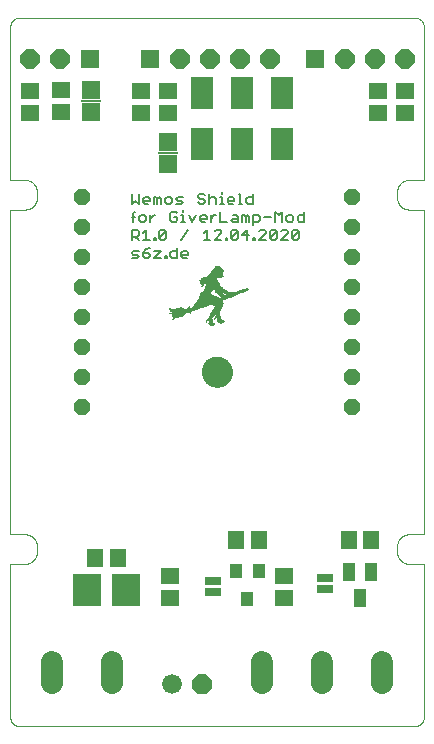
<source format=gts>
G75*
%MOIN*%
%OFA0B0*%
%FSLAX25Y25*%
%IPPOS*%
%LPD*%
%AMOC8*
5,1,8,0,0,1.08239X$1,22.5*
%
%ADD10C,0.00600*%
%ADD11R,0.00100X0.00100*%
%ADD12R,0.00700X0.00100*%
%ADD13R,0.01500X0.00100*%
%ADD14R,0.01700X0.00100*%
%ADD15R,0.01800X0.00100*%
%ADD16R,0.02000X0.00100*%
%ADD17R,0.01900X0.00100*%
%ADD18R,0.00300X0.00100*%
%ADD19R,0.00600X0.00100*%
%ADD20R,0.01600X0.00100*%
%ADD21R,0.00900X0.00100*%
%ADD22R,0.01200X0.00100*%
%ADD23R,0.00200X0.00100*%
%ADD24R,0.01400X0.00100*%
%ADD25R,0.01100X0.00100*%
%ADD26R,0.02100X0.00100*%
%ADD27R,0.02300X0.00100*%
%ADD28R,0.02400X0.00100*%
%ADD29R,0.00400X0.00100*%
%ADD30R,0.02200X0.00100*%
%ADD31R,0.00500X0.00100*%
%ADD32R,0.01300X0.00100*%
%ADD33R,0.00800X0.00100*%
%ADD34R,0.02500X0.00100*%
%ADD35R,0.02700X0.00100*%
%ADD36R,0.02900X0.00100*%
%ADD37R,0.03100X0.00100*%
%ADD38R,0.03700X0.00100*%
%ADD39R,0.03800X0.00100*%
%ADD40R,0.03900X0.00100*%
%ADD41R,0.04000X0.00100*%
%ADD42R,0.05100X0.00100*%
%ADD43R,0.04800X0.00100*%
%ADD44R,0.04700X0.00100*%
%ADD45R,0.03000X0.00100*%
%ADD46R,0.06200X0.00100*%
%ADD47R,0.06000X0.00100*%
%ADD48R,0.07400X0.00100*%
%ADD49R,0.02800X0.00100*%
%ADD50R,0.07600X0.00100*%
%ADD51R,0.07700X0.00100*%
%ADD52R,0.08200X0.00100*%
%ADD53R,0.08600X0.00100*%
%ADD54R,0.05200X0.00100*%
%ADD55R,0.02600X0.00100*%
%ADD56R,0.01000X0.00100*%
%ADD57R,0.04100X0.00100*%
%ADD58R,0.03300X0.00100*%
%ADD59R,0.03600X0.00100*%
%ADD60R,0.04200X0.00100*%
%ADD61R,0.04400X0.00100*%
%ADD62R,0.04600X0.00100*%
%ADD63R,0.03200X0.00100*%
%ADD64R,0.05000X0.00100*%
%ADD65R,0.03500X0.00100*%
%ADD66R,0.09400X0.00100*%
%ADD67R,0.09300X0.00100*%
%ADD68R,0.09200X0.00100*%
%ADD69R,0.09100X0.00100*%
%ADD70R,0.09000X0.00100*%
%ADD71R,0.08900X0.00100*%
%ADD72R,0.08800X0.00100*%
%ADD73R,0.08700X0.00100*%
%ADD74R,0.08500X0.00100*%
%ADD75R,0.08400X0.00100*%
%ADD76R,0.08300X0.00100*%
%ADD77R,0.08100X0.00100*%
%ADD78R,0.06700X0.00100*%
%ADD79R,0.06400X0.00100*%
%ADD80R,0.05900X0.00100*%
%ADD81R,0.05700X0.00100*%
%ADD82R,0.05400X0.00100*%
%ADD83R,0.04300X0.00100*%
%ADD84R,0.04900X0.00100*%
%ADD85R,0.05600X0.00100*%
%ADD86R,0.06100X0.00100*%
%ADD87R,0.04500X0.00100*%
%ADD88R,0.03400X0.00100*%
%ADD89R,0.05800X0.00100*%
%ADD90R,0.05300X0.00100*%
%ADD91C,0.00000*%
%ADD92C,0.10243*%
%ADD93R,0.09400X0.11030*%
%ADD94R,0.05518X0.06306*%
%ADD95R,0.03943X0.05124*%
%ADD96R,0.06306X0.05518*%
%ADD97OC8,0.05550*%
%ADD98R,0.05400X0.02900*%
%ADD99R,0.06400X0.06400*%
%ADD100OC8,0.06400*%
%ADD101OC8,0.06600*%
%ADD102C,0.06600*%
%ADD103R,0.04337X0.05912*%
%ADD104C,0.07450*%
%ADD105R,0.06800X0.00500*%
%ADD106R,0.07290X0.10833*%
D10*
X0060083Y0159000D02*
X0061785Y0159000D01*
X0062352Y0159567D01*
X0061785Y0160134D01*
X0060650Y0160134D01*
X0060083Y0160701D01*
X0060650Y0161269D01*
X0062352Y0161269D01*
X0063766Y0160701D02*
X0065468Y0160701D01*
X0066035Y0160134D01*
X0066035Y0159567D01*
X0065468Y0159000D01*
X0064333Y0159000D01*
X0063766Y0159567D01*
X0063766Y0160701D01*
X0064901Y0161836D01*
X0066035Y0162403D01*
X0067449Y0161269D02*
X0069718Y0161269D01*
X0067449Y0159000D01*
X0069718Y0159000D01*
X0071133Y0159000D02*
X0071700Y0159000D01*
X0071700Y0159567D01*
X0071133Y0159567D01*
X0071133Y0159000D01*
X0072974Y0159567D02*
X0072974Y0160701D01*
X0073541Y0161269D01*
X0075243Y0161269D01*
X0075243Y0162403D02*
X0075243Y0159000D01*
X0073541Y0159000D01*
X0072974Y0159567D01*
X0076657Y0159567D02*
X0076657Y0160701D01*
X0077224Y0161269D01*
X0078359Y0161269D01*
X0078926Y0160701D01*
X0078926Y0160134D01*
X0076657Y0160134D01*
X0076657Y0159567D02*
X0077224Y0159000D01*
X0078359Y0159000D01*
X0076657Y0165000D02*
X0078926Y0168403D01*
X0077792Y0171000D02*
X0076657Y0171000D01*
X0077224Y0171000D02*
X0077224Y0173269D01*
X0076657Y0173269D01*
X0077224Y0174403D02*
X0077224Y0174970D01*
X0076517Y0177000D02*
X0077084Y0177567D01*
X0076517Y0178134D01*
X0075383Y0178134D01*
X0074816Y0178701D01*
X0075383Y0179269D01*
X0077084Y0179269D01*
X0076517Y0177000D02*
X0074816Y0177000D01*
X0073401Y0177567D02*
X0073401Y0178701D01*
X0072834Y0179269D01*
X0071700Y0179269D01*
X0071133Y0178701D01*
X0071133Y0177567D01*
X0071700Y0177000D01*
X0072834Y0177000D01*
X0073401Y0177567D01*
X0073541Y0174403D02*
X0072974Y0173836D01*
X0072974Y0171567D01*
X0073541Y0171000D01*
X0074676Y0171000D01*
X0075243Y0171567D01*
X0075243Y0172701D01*
X0074108Y0172701D01*
X0075243Y0173836D02*
X0074676Y0174403D01*
X0073541Y0174403D01*
X0069718Y0177000D02*
X0069718Y0178701D01*
X0069151Y0179269D01*
X0068584Y0178701D01*
X0068584Y0177000D01*
X0067449Y0177000D02*
X0067449Y0179269D01*
X0068017Y0179269D01*
X0068584Y0178701D01*
X0066035Y0178701D02*
X0066035Y0178134D01*
X0063766Y0178134D01*
X0063766Y0177567D02*
X0063766Y0178701D01*
X0064333Y0179269D01*
X0065468Y0179269D01*
X0066035Y0178701D01*
X0065468Y0177000D02*
X0064333Y0177000D01*
X0063766Y0177567D01*
X0062352Y0177000D02*
X0062352Y0180403D01*
X0060083Y0180403D02*
X0060083Y0177000D01*
X0061217Y0178134D01*
X0062352Y0177000D01*
X0061217Y0174403D02*
X0060650Y0173836D01*
X0060650Y0171000D01*
X0060083Y0172701D02*
X0061217Y0172701D01*
X0062539Y0172701D02*
X0062539Y0171567D01*
X0063106Y0171000D01*
X0064240Y0171000D01*
X0064807Y0171567D01*
X0064807Y0172701D01*
X0064240Y0173269D01*
X0063106Y0173269D01*
X0062539Y0172701D01*
X0066222Y0172134D02*
X0067356Y0173269D01*
X0067923Y0173269D01*
X0066222Y0173269D02*
X0066222Y0171000D01*
X0064901Y0168403D02*
X0064901Y0165000D01*
X0066035Y0165000D02*
X0063766Y0165000D01*
X0062352Y0165000D02*
X0061217Y0166134D01*
X0061785Y0166134D02*
X0060083Y0166134D01*
X0060083Y0165000D02*
X0060083Y0168403D01*
X0061785Y0168403D01*
X0062352Y0167836D01*
X0062352Y0166701D01*
X0061785Y0166134D01*
X0063766Y0167269D02*
X0064901Y0168403D01*
X0067449Y0165567D02*
X0068017Y0165567D01*
X0068017Y0165000D01*
X0067449Y0165000D01*
X0067449Y0165567D01*
X0069291Y0165567D02*
X0069291Y0167836D01*
X0069858Y0168403D01*
X0070992Y0168403D01*
X0071560Y0167836D01*
X0069291Y0165567D01*
X0069858Y0165000D01*
X0070992Y0165000D01*
X0071560Y0165567D01*
X0071560Y0167836D01*
X0080247Y0171000D02*
X0081381Y0173269D01*
X0082796Y0172701D02*
X0083363Y0173269D01*
X0084497Y0173269D01*
X0085064Y0172701D01*
X0085064Y0172134D01*
X0082796Y0172134D01*
X0082796Y0171567D02*
X0082796Y0172701D01*
X0082796Y0171567D02*
X0083363Y0171000D01*
X0084497Y0171000D01*
X0086479Y0171000D02*
X0086479Y0173269D01*
X0087613Y0173269D02*
X0086479Y0172134D01*
X0087613Y0173269D02*
X0088180Y0173269D01*
X0089548Y0174403D02*
X0089548Y0171000D01*
X0091817Y0171000D01*
X0093231Y0171567D02*
X0093799Y0172134D01*
X0095500Y0172134D01*
X0095500Y0172701D02*
X0095500Y0171000D01*
X0093799Y0171000D01*
X0093231Y0171567D01*
X0093799Y0173269D02*
X0094933Y0173269D01*
X0095500Y0172701D01*
X0096915Y0173269D02*
X0096915Y0171000D01*
X0098049Y0171000D02*
X0098049Y0172701D01*
X0098616Y0173269D01*
X0099183Y0172701D01*
X0099183Y0171000D01*
X0100598Y0171000D02*
X0102299Y0171000D01*
X0102866Y0171567D01*
X0102866Y0172701D01*
X0102299Y0173269D01*
X0100598Y0173269D01*
X0100598Y0169866D01*
X0098616Y0168403D02*
X0096915Y0166701D01*
X0099183Y0166701D01*
X0098616Y0165000D02*
X0098616Y0168403D01*
X0100598Y0165567D02*
X0101165Y0165567D01*
X0101165Y0165000D01*
X0100598Y0165000D01*
X0100598Y0165567D01*
X0102439Y0165000D02*
X0104708Y0167269D01*
X0104708Y0167836D01*
X0104141Y0168403D01*
X0103006Y0168403D01*
X0102439Y0167836D01*
X0102439Y0165000D02*
X0104708Y0165000D01*
X0106122Y0165567D02*
X0108391Y0167836D01*
X0108391Y0165567D01*
X0107824Y0165000D01*
X0106690Y0165000D01*
X0106122Y0165567D01*
X0106122Y0167836D01*
X0106690Y0168403D01*
X0107824Y0168403D01*
X0108391Y0167836D01*
X0109806Y0167836D02*
X0110373Y0168403D01*
X0111507Y0168403D01*
X0112074Y0167836D01*
X0112074Y0167269D01*
X0109806Y0165000D01*
X0112074Y0165000D01*
X0113489Y0165567D02*
X0113489Y0167836D01*
X0114056Y0168403D01*
X0115190Y0168403D01*
X0115757Y0167836D01*
X0113489Y0165567D01*
X0114056Y0165000D01*
X0115190Y0165000D01*
X0115757Y0165567D01*
X0115757Y0167836D01*
X0115897Y0171000D02*
X0115330Y0171567D01*
X0115330Y0172701D01*
X0115897Y0173269D01*
X0117599Y0173269D01*
X0117599Y0174403D02*
X0117599Y0171000D01*
X0115897Y0171000D01*
X0113916Y0171567D02*
X0113916Y0172701D01*
X0113349Y0173269D01*
X0112214Y0173269D01*
X0111647Y0172701D01*
X0111647Y0171567D01*
X0112214Y0171000D01*
X0113349Y0171000D01*
X0113916Y0171567D01*
X0110233Y0171000D02*
X0110233Y0174403D01*
X0109098Y0173269D01*
X0107964Y0174403D01*
X0107964Y0171000D01*
X0106549Y0172701D02*
X0104281Y0172701D01*
X0100411Y0177000D02*
X0098709Y0177000D01*
X0098142Y0177567D01*
X0098142Y0178701D01*
X0098709Y0179269D01*
X0100411Y0179269D01*
X0100411Y0180403D02*
X0100411Y0177000D01*
X0096821Y0177000D02*
X0095687Y0177000D01*
X0096254Y0177000D02*
X0096254Y0180403D01*
X0095687Y0180403D01*
X0094272Y0178701D02*
X0094272Y0178134D01*
X0092004Y0178134D01*
X0092004Y0177567D02*
X0092004Y0178701D01*
X0092571Y0179269D01*
X0093705Y0179269D01*
X0094272Y0178701D01*
X0093705Y0177000D02*
X0092571Y0177000D01*
X0092004Y0177567D01*
X0090683Y0177000D02*
X0089548Y0177000D01*
X0090115Y0177000D02*
X0090115Y0179269D01*
X0089548Y0179269D01*
X0090115Y0180403D02*
X0090115Y0180970D01*
X0088134Y0178701D02*
X0088134Y0177000D01*
X0088134Y0178701D02*
X0087567Y0179269D01*
X0086432Y0179269D01*
X0085865Y0178701D01*
X0084451Y0178134D02*
X0084451Y0177567D01*
X0083883Y0177000D01*
X0082749Y0177000D01*
X0082182Y0177567D01*
X0082749Y0178701D02*
X0083883Y0178701D01*
X0084451Y0178134D01*
X0084451Y0179836D02*
X0083883Y0180403D01*
X0082749Y0180403D01*
X0082182Y0179836D01*
X0082182Y0179269D01*
X0082749Y0178701D01*
X0085865Y0180403D02*
X0085865Y0177000D01*
X0079113Y0173269D02*
X0080247Y0171000D01*
X0084024Y0167269D02*
X0085158Y0168403D01*
X0085158Y0165000D01*
X0084024Y0165000D02*
X0086292Y0165000D01*
X0087707Y0165000D02*
X0089975Y0167269D01*
X0089975Y0167836D01*
X0089408Y0168403D01*
X0088274Y0168403D01*
X0087707Y0167836D01*
X0087707Y0165000D02*
X0089975Y0165000D01*
X0091390Y0165000D02*
X0091957Y0165000D01*
X0091957Y0165567D01*
X0091390Y0165567D01*
X0091390Y0165000D01*
X0093231Y0165567D02*
X0093231Y0167836D01*
X0093799Y0168403D01*
X0094933Y0168403D01*
X0095500Y0167836D01*
X0093231Y0165567D01*
X0093799Y0165000D01*
X0094933Y0165000D01*
X0095500Y0165567D01*
X0095500Y0167836D01*
X0098049Y0172701D02*
X0097482Y0173269D01*
X0096915Y0173269D01*
D11*
X0083575Y0149257D03*
X0083575Y0149157D03*
X0079375Y0142557D03*
X0086375Y0136257D03*
X0093475Y0145657D03*
D12*
X0086575Y0136357D03*
X0079275Y0142257D03*
X0076375Y0142157D03*
X0083775Y0149857D03*
D13*
X0084075Y0150357D03*
X0088675Y0155857D03*
X0098175Y0148357D03*
X0088875Y0139257D03*
X0089375Y0138357D03*
X0089375Y0138257D03*
X0086875Y0139457D03*
X0086875Y0139557D03*
X0086975Y0139657D03*
X0086475Y0137257D03*
X0086775Y0136457D03*
D14*
X0086775Y0136557D03*
X0086575Y0137057D03*
X0086075Y0138057D03*
X0086075Y0138157D03*
X0086075Y0138257D03*
X0087075Y0139857D03*
X0087075Y0139957D03*
X0087175Y0140057D03*
X0087175Y0140157D03*
X0088875Y0139157D03*
D15*
X0088925Y0139057D03*
X0089525Y0138057D03*
X0086625Y0136957D03*
X0086725Y0136657D03*
X0086025Y0137957D03*
X0087225Y0140257D03*
X0087325Y0140357D03*
X0087325Y0140457D03*
X0090325Y0146157D03*
X0090225Y0146257D03*
X0098025Y0148257D03*
X0088725Y0155757D03*
D16*
X0084025Y0150457D03*
X0089725Y0146757D03*
X0089825Y0146657D03*
X0089925Y0146557D03*
X0090025Y0146457D03*
X0097825Y0148157D03*
X0089625Y0137957D03*
X0086725Y0136757D03*
D17*
X0086675Y0136857D03*
X0089775Y0137457D03*
X0090175Y0146357D03*
X0076275Y0141957D03*
D18*
X0079375Y0142457D03*
X0079675Y0140457D03*
X0085175Y0137657D03*
X0085275Y0137757D03*
X0085075Y0137457D03*
X0087675Y0138257D03*
X0087775Y0138357D03*
X0087875Y0138457D03*
X0087975Y0138657D03*
X0088075Y0138857D03*
X0088175Y0138957D03*
X0089975Y0136957D03*
X0083675Y0149457D03*
X0073775Y0138357D03*
D19*
X0074325Y0138757D03*
X0089625Y0152257D03*
X0089925Y0137057D03*
D20*
X0089825Y0137357D03*
X0089425Y0138157D03*
X0087025Y0139757D03*
X0086125Y0138457D03*
X0086125Y0138357D03*
X0086525Y0137157D03*
D21*
X0089875Y0137157D03*
X0079375Y0140557D03*
D22*
X0086325Y0137857D03*
X0086425Y0137457D03*
X0088825Y0139457D03*
X0088925Y0140457D03*
X0089825Y0137257D03*
D23*
X0087725Y0138157D03*
X0087925Y0138557D03*
X0088025Y0138757D03*
X0085125Y0137557D03*
X0085125Y0137357D03*
X0083625Y0149357D03*
X0083125Y0150357D03*
X0089625Y0152157D03*
X0073725Y0138257D03*
D24*
X0076325Y0142057D03*
X0086125Y0138557D03*
X0086525Y0139057D03*
X0086625Y0139157D03*
X0086725Y0139257D03*
X0086825Y0139357D03*
X0088825Y0139357D03*
X0089125Y0138957D03*
X0089225Y0138857D03*
X0089225Y0138757D03*
X0089325Y0138657D03*
X0089325Y0138557D03*
X0089325Y0138457D03*
X0086425Y0137357D03*
D25*
X0086375Y0137557D03*
X0086375Y0137657D03*
X0086375Y0137757D03*
X0088775Y0139557D03*
X0088875Y0139657D03*
X0088875Y0139757D03*
X0088875Y0139857D03*
X0088875Y0139957D03*
X0088875Y0140057D03*
X0088875Y0140157D03*
X0088875Y0140257D03*
X0088875Y0140357D03*
X0098275Y0148457D03*
X0074775Y0138957D03*
D26*
X0089275Y0147157D03*
X0089375Y0147057D03*
X0089475Y0146957D03*
X0089575Y0146857D03*
X0088775Y0155657D03*
X0089775Y0137557D03*
D27*
X0089775Y0137657D03*
X0088975Y0142357D03*
X0089075Y0142457D03*
X0097475Y0147957D03*
X0097675Y0148057D03*
X0088775Y0155557D03*
X0074675Y0139057D03*
D28*
X0076225Y0141857D03*
X0088825Y0142157D03*
X0088925Y0142257D03*
X0089125Y0142757D03*
X0089825Y0137757D03*
X0096925Y0147757D03*
X0097225Y0147857D03*
D29*
X0098525Y0148657D03*
X0093125Y0145657D03*
X0083725Y0149557D03*
X0083725Y0149657D03*
X0079325Y0142357D03*
X0085325Y0137857D03*
X0074025Y0138557D03*
X0073925Y0138457D03*
D30*
X0089125Y0142557D03*
X0089225Y0142657D03*
X0089725Y0137857D03*
D31*
X0083775Y0149757D03*
X0072875Y0141857D03*
X0074175Y0138657D03*
D32*
X0083875Y0150157D03*
X0083975Y0150257D03*
X0086475Y0138957D03*
X0086375Y0138857D03*
X0086275Y0138757D03*
X0086175Y0138657D03*
D33*
X0079225Y0142157D03*
X0083825Y0149957D03*
X0074525Y0138857D03*
X0098425Y0148557D03*
D34*
X0096675Y0147657D03*
X0096375Y0147557D03*
X0088775Y0142057D03*
X0088675Y0141857D03*
X0088775Y0155457D03*
X0074975Y0139157D03*
D35*
X0075275Y0139257D03*
X0085275Y0147657D03*
X0085575Y0147857D03*
X0090775Y0145457D03*
X0088475Y0141557D03*
X0088475Y0141457D03*
X0088375Y0141357D03*
X0095575Y0147257D03*
X0088775Y0155357D03*
D36*
X0088775Y0155257D03*
X0088775Y0155157D03*
X0085775Y0148057D03*
X0085675Y0147957D03*
X0085075Y0147557D03*
X0088975Y0142857D03*
X0088275Y0141157D03*
X0088175Y0140957D03*
X0088175Y0140857D03*
X0088075Y0140757D03*
X0075375Y0139357D03*
D37*
X0075475Y0139457D03*
X0075675Y0139557D03*
X0081775Y0142157D03*
X0084675Y0146957D03*
X0084775Y0147157D03*
X0084875Y0147357D03*
X0085875Y0148157D03*
X0088775Y0155057D03*
X0092875Y0146157D03*
D38*
X0089675Y0147957D03*
X0088775Y0154557D03*
X0080075Y0141657D03*
X0075575Y0139757D03*
X0075475Y0139657D03*
D39*
X0075625Y0139857D03*
X0080225Y0141757D03*
X0082225Y0142457D03*
X0084825Y0146557D03*
X0088625Y0143157D03*
X0089725Y0147857D03*
X0088725Y0154457D03*
D40*
X0088675Y0154357D03*
X0088675Y0154257D03*
X0087275Y0150457D03*
X0087375Y0150357D03*
X0089875Y0147757D03*
X0080475Y0141857D03*
X0075675Y0139957D03*
D41*
X0075725Y0140057D03*
X0082425Y0142557D03*
X0087325Y0150257D03*
X0088625Y0154157D03*
X0091925Y0145857D03*
D42*
X0093575Y0146957D03*
X0088075Y0152757D03*
X0087475Y0152457D03*
X0085875Y0151757D03*
X0085275Y0146057D03*
X0083575Y0143157D03*
X0075375Y0140257D03*
X0075275Y0140157D03*
D43*
X0075625Y0140357D03*
X0075725Y0140457D03*
X0083225Y0142957D03*
X0087325Y0149557D03*
X0087325Y0149657D03*
X0088225Y0153057D03*
D44*
X0086175Y0152057D03*
X0085075Y0146257D03*
X0091975Y0146057D03*
X0075875Y0140557D03*
D45*
X0076125Y0141757D03*
X0081525Y0142057D03*
X0084825Y0147257D03*
X0084925Y0147457D03*
X0088025Y0140657D03*
X0088025Y0140557D03*
D46*
X0085625Y0145657D03*
X0087525Y0148557D03*
X0086025Y0150657D03*
X0076825Y0140957D03*
X0076825Y0140757D03*
X0076725Y0140657D03*
D47*
X0076925Y0140857D03*
X0087425Y0148657D03*
X0086125Y0150557D03*
X0085725Y0151057D03*
D48*
X0076425Y0141057D03*
D49*
X0088225Y0141057D03*
X0088325Y0141257D03*
X0093025Y0146257D03*
X0093225Y0146357D03*
X0093425Y0146457D03*
D50*
X0076625Y0141157D03*
D51*
X0076875Y0141257D03*
X0077175Y0141357D03*
D52*
X0077225Y0141457D03*
D53*
X0077325Y0141557D03*
X0086325Y0144357D03*
D54*
X0087325Y0149257D03*
X0087725Y0152557D03*
X0075425Y0141657D03*
D55*
X0085525Y0147757D03*
X0091025Y0145557D03*
X0091325Y0145657D03*
X0088725Y0141957D03*
X0088625Y0141757D03*
X0088525Y0141657D03*
X0095825Y0147357D03*
X0096125Y0147457D03*
D56*
X0088625Y0155957D03*
X0083825Y0150057D03*
X0079225Y0142057D03*
X0073225Y0141757D03*
D57*
X0080675Y0141957D03*
X0084875Y0146457D03*
X0089975Y0147657D03*
X0093575Y0146757D03*
X0088575Y0154057D03*
D58*
X0088775Y0154857D03*
X0088775Y0154957D03*
X0089375Y0148257D03*
X0085975Y0148357D03*
X0084575Y0146757D03*
X0081975Y0142257D03*
D59*
X0082125Y0142357D03*
X0091825Y0145757D03*
X0093525Y0146657D03*
X0088725Y0154657D03*
D60*
X0088525Y0153957D03*
X0088525Y0153857D03*
X0088425Y0153757D03*
X0088325Y0153557D03*
X0086525Y0152257D03*
X0087325Y0150157D03*
X0090125Y0147557D03*
X0082625Y0142657D03*
D61*
X0082825Y0142757D03*
X0087325Y0149957D03*
X0088225Y0153357D03*
X0090225Y0147457D03*
D62*
X0093625Y0146857D03*
X0087325Y0149757D03*
X0087325Y0149857D03*
X0086325Y0152157D03*
X0088225Y0153157D03*
X0083025Y0142857D03*
D63*
X0084625Y0146857D03*
X0084725Y0147057D03*
X0085925Y0148257D03*
X0089325Y0148357D03*
X0093525Y0146557D03*
X0088825Y0142957D03*
D64*
X0083425Y0143057D03*
X0087325Y0149357D03*
X0087325Y0149457D03*
X0085925Y0151857D03*
X0087825Y0152657D03*
X0088125Y0152857D03*
D65*
X0088775Y0154757D03*
X0089575Y0148057D03*
X0088675Y0143057D03*
X0084675Y0146657D03*
D66*
X0087125Y0145257D03*
X0085925Y0143457D03*
X0085825Y0143257D03*
D67*
X0085875Y0143357D03*
X0085975Y0143557D03*
X0087175Y0145357D03*
D68*
X0087025Y0145157D03*
X0086925Y0145057D03*
X0086025Y0143657D03*
D69*
X0086075Y0143757D03*
D70*
X0086125Y0143857D03*
D71*
X0086175Y0143957D03*
X0086175Y0144057D03*
X0086775Y0144957D03*
D72*
X0086225Y0144157D03*
D73*
X0086275Y0144257D03*
D74*
X0086275Y0144457D03*
D75*
X0086325Y0144557D03*
D76*
X0086275Y0144657D03*
D77*
X0086275Y0144757D03*
X0086375Y0144857D03*
D78*
X0085875Y0145457D03*
D79*
X0085725Y0145557D03*
X0087525Y0148457D03*
D80*
X0085975Y0150857D03*
X0085575Y0151357D03*
X0085575Y0145757D03*
X0091175Y0147257D03*
D81*
X0087375Y0148857D03*
X0085575Y0151457D03*
X0085475Y0145857D03*
D82*
X0085325Y0145957D03*
X0087325Y0149057D03*
X0085725Y0151557D03*
D83*
X0087375Y0150057D03*
X0084975Y0146357D03*
X0088275Y0153457D03*
X0088375Y0153657D03*
X0091875Y0145957D03*
D84*
X0088175Y0152957D03*
X0086075Y0151957D03*
X0085175Y0146157D03*
D85*
X0087325Y0148957D03*
X0093625Y0147057D03*
D86*
X0093575Y0147157D03*
X0085975Y0150757D03*
D87*
X0088275Y0153257D03*
X0090375Y0147357D03*
D88*
X0089525Y0148157D03*
D89*
X0087425Y0148757D03*
X0085925Y0150957D03*
X0085725Y0151157D03*
X0085625Y0151257D03*
D90*
X0085775Y0151657D03*
X0087375Y0152357D03*
X0087275Y0149157D03*
D91*
X0019610Y0057029D02*
X0019610Y0005895D01*
X0019612Y0005788D01*
X0019618Y0005681D01*
X0019627Y0005574D01*
X0019641Y0005468D01*
X0019658Y0005362D01*
X0019679Y0005257D01*
X0019703Y0005153D01*
X0019732Y0005050D01*
X0019764Y0004948D01*
X0019799Y0004847D01*
X0019838Y0004747D01*
X0019881Y0004649D01*
X0019927Y0004552D01*
X0019977Y0004457D01*
X0020030Y0004364D01*
X0020086Y0004273D01*
X0020146Y0004184D01*
X0020208Y0004097D01*
X0020274Y0004013D01*
X0020343Y0003930D01*
X0020414Y0003851D01*
X0020489Y0003774D01*
X0020566Y0003699D01*
X0020645Y0003628D01*
X0020728Y0003559D01*
X0020812Y0003493D01*
X0020899Y0003431D01*
X0020988Y0003371D01*
X0021079Y0003315D01*
X0021172Y0003262D01*
X0021267Y0003212D01*
X0021364Y0003166D01*
X0021462Y0003123D01*
X0021562Y0003084D01*
X0021663Y0003049D01*
X0021765Y0003017D01*
X0021868Y0002988D01*
X0021972Y0002964D01*
X0022077Y0002943D01*
X0022183Y0002926D01*
X0022289Y0002912D01*
X0022396Y0002903D01*
X0022503Y0002897D01*
X0022610Y0002895D01*
X0154406Y0002895D01*
X0154513Y0002897D01*
X0154620Y0002903D01*
X0154727Y0002912D01*
X0154833Y0002926D01*
X0154939Y0002943D01*
X0155044Y0002964D01*
X0155148Y0002988D01*
X0155251Y0003017D01*
X0155353Y0003049D01*
X0155454Y0003084D01*
X0155554Y0003123D01*
X0155652Y0003166D01*
X0155749Y0003212D01*
X0155844Y0003262D01*
X0155937Y0003315D01*
X0156028Y0003371D01*
X0156117Y0003431D01*
X0156204Y0003493D01*
X0156288Y0003559D01*
X0156371Y0003628D01*
X0156450Y0003699D01*
X0156527Y0003774D01*
X0156602Y0003851D01*
X0156673Y0003930D01*
X0156742Y0004013D01*
X0156808Y0004097D01*
X0156870Y0004184D01*
X0156930Y0004273D01*
X0156986Y0004364D01*
X0157039Y0004457D01*
X0157089Y0004552D01*
X0157135Y0004649D01*
X0157178Y0004747D01*
X0157217Y0004847D01*
X0157252Y0004948D01*
X0157284Y0005050D01*
X0157313Y0005153D01*
X0157337Y0005257D01*
X0157358Y0005362D01*
X0157375Y0005468D01*
X0157389Y0005574D01*
X0157398Y0005681D01*
X0157404Y0005788D01*
X0157406Y0005895D01*
X0157406Y0057029D01*
X0152485Y0057029D01*
X0152361Y0057031D01*
X0152238Y0057037D01*
X0152114Y0057046D01*
X0151992Y0057060D01*
X0151869Y0057077D01*
X0151747Y0057099D01*
X0151626Y0057124D01*
X0151506Y0057153D01*
X0151387Y0057185D01*
X0151268Y0057222D01*
X0151151Y0057262D01*
X0151036Y0057305D01*
X0150921Y0057353D01*
X0150809Y0057404D01*
X0150698Y0057458D01*
X0150588Y0057516D01*
X0150481Y0057577D01*
X0150375Y0057642D01*
X0150272Y0057710D01*
X0150171Y0057781D01*
X0150072Y0057855D01*
X0149975Y0057932D01*
X0149881Y0058013D01*
X0149790Y0058096D01*
X0149701Y0058182D01*
X0149615Y0058271D01*
X0149532Y0058362D01*
X0149451Y0058456D01*
X0149374Y0058553D01*
X0149300Y0058652D01*
X0149229Y0058753D01*
X0149161Y0058856D01*
X0149096Y0058962D01*
X0149035Y0059069D01*
X0148977Y0059179D01*
X0148923Y0059290D01*
X0148872Y0059402D01*
X0148824Y0059517D01*
X0148781Y0059632D01*
X0148741Y0059749D01*
X0148704Y0059868D01*
X0148672Y0059987D01*
X0148643Y0060107D01*
X0148618Y0060228D01*
X0148596Y0060350D01*
X0148579Y0060473D01*
X0148565Y0060595D01*
X0148556Y0060719D01*
X0148550Y0060842D01*
X0148548Y0060966D01*
X0148548Y0062934D01*
X0148550Y0063058D01*
X0148556Y0063181D01*
X0148565Y0063305D01*
X0148579Y0063427D01*
X0148596Y0063550D01*
X0148618Y0063672D01*
X0148643Y0063793D01*
X0148672Y0063913D01*
X0148704Y0064032D01*
X0148741Y0064151D01*
X0148781Y0064268D01*
X0148824Y0064383D01*
X0148872Y0064498D01*
X0148923Y0064610D01*
X0148977Y0064721D01*
X0149035Y0064831D01*
X0149096Y0064938D01*
X0149161Y0065044D01*
X0149229Y0065147D01*
X0149300Y0065248D01*
X0149374Y0065347D01*
X0149451Y0065444D01*
X0149532Y0065538D01*
X0149615Y0065629D01*
X0149701Y0065718D01*
X0149790Y0065804D01*
X0149881Y0065887D01*
X0149975Y0065968D01*
X0150072Y0066045D01*
X0150171Y0066119D01*
X0150272Y0066190D01*
X0150375Y0066258D01*
X0150481Y0066323D01*
X0150588Y0066384D01*
X0150698Y0066442D01*
X0150809Y0066496D01*
X0150921Y0066547D01*
X0151036Y0066595D01*
X0151151Y0066638D01*
X0151268Y0066678D01*
X0151387Y0066715D01*
X0151506Y0066747D01*
X0151626Y0066776D01*
X0151747Y0066801D01*
X0151869Y0066823D01*
X0151992Y0066840D01*
X0152114Y0066854D01*
X0152238Y0066863D01*
X0152361Y0066869D01*
X0152485Y0066871D01*
X0157406Y0066871D01*
X0157406Y0175139D01*
X0152485Y0175139D01*
X0152361Y0175141D01*
X0152238Y0175147D01*
X0152114Y0175156D01*
X0151992Y0175170D01*
X0151869Y0175187D01*
X0151747Y0175209D01*
X0151626Y0175234D01*
X0151506Y0175263D01*
X0151387Y0175295D01*
X0151268Y0175332D01*
X0151151Y0175372D01*
X0151036Y0175415D01*
X0150921Y0175463D01*
X0150809Y0175514D01*
X0150698Y0175568D01*
X0150588Y0175626D01*
X0150481Y0175687D01*
X0150375Y0175752D01*
X0150272Y0175820D01*
X0150171Y0175891D01*
X0150072Y0175965D01*
X0149975Y0176042D01*
X0149881Y0176123D01*
X0149790Y0176206D01*
X0149701Y0176292D01*
X0149615Y0176381D01*
X0149532Y0176472D01*
X0149451Y0176566D01*
X0149374Y0176663D01*
X0149300Y0176762D01*
X0149229Y0176863D01*
X0149161Y0176966D01*
X0149096Y0177072D01*
X0149035Y0177179D01*
X0148977Y0177289D01*
X0148923Y0177400D01*
X0148872Y0177512D01*
X0148824Y0177627D01*
X0148781Y0177742D01*
X0148741Y0177859D01*
X0148704Y0177978D01*
X0148672Y0178097D01*
X0148643Y0178217D01*
X0148618Y0178338D01*
X0148596Y0178460D01*
X0148579Y0178583D01*
X0148565Y0178705D01*
X0148556Y0178829D01*
X0148550Y0178952D01*
X0148548Y0179076D01*
X0148548Y0181045D01*
X0148550Y0181169D01*
X0148556Y0181292D01*
X0148565Y0181416D01*
X0148579Y0181538D01*
X0148596Y0181661D01*
X0148618Y0181783D01*
X0148643Y0181904D01*
X0148672Y0182024D01*
X0148704Y0182143D01*
X0148741Y0182262D01*
X0148781Y0182379D01*
X0148824Y0182494D01*
X0148872Y0182609D01*
X0148923Y0182721D01*
X0148977Y0182832D01*
X0149035Y0182942D01*
X0149096Y0183049D01*
X0149161Y0183155D01*
X0149229Y0183258D01*
X0149300Y0183359D01*
X0149374Y0183458D01*
X0149451Y0183555D01*
X0149532Y0183649D01*
X0149615Y0183740D01*
X0149701Y0183829D01*
X0149790Y0183915D01*
X0149881Y0183998D01*
X0149975Y0184079D01*
X0150072Y0184156D01*
X0150171Y0184230D01*
X0150272Y0184301D01*
X0150375Y0184369D01*
X0150481Y0184434D01*
X0150588Y0184495D01*
X0150698Y0184553D01*
X0150809Y0184607D01*
X0150921Y0184658D01*
X0151036Y0184706D01*
X0151151Y0184749D01*
X0151268Y0184789D01*
X0151387Y0184826D01*
X0151506Y0184858D01*
X0151626Y0184887D01*
X0151747Y0184912D01*
X0151869Y0184934D01*
X0151992Y0184951D01*
X0152114Y0184965D01*
X0152238Y0184974D01*
X0152361Y0184980D01*
X0152485Y0184982D01*
X0157406Y0184982D01*
X0157406Y0236130D01*
X0157404Y0236237D01*
X0157398Y0236344D01*
X0157388Y0236450D01*
X0157374Y0236556D01*
X0157357Y0236662D01*
X0157336Y0236766D01*
X0157311Y0236870D01*
X0157283Y0236973D01*
X0157251Y0237075D01*
X0157215Y0237176D01*
X0157175Y0237275D01*
X0157133Y0237373D01*
X0157086Y0237469D01*
X0157036Y0237564D01*
X0156983Y0237656D01*
X0156927Y0237747D01*
X0156867Y0237836D01*
X0156805Y0237922D01*
X0156739Y0238007D01*
X0156670Y0238088D01*
X0156599Y0238168D01*
X0156524Y0238244D01*
X0156447Y0238319D01*
X0156368Y0238390D01*
X0156285Y0238458D01*
X0156201Y0238523D01*
X0156114Y0238586D01*
X0156025Y0238645D01*
X0155934Y0238701D01*
X0155841Y0238753D01*
X0155746Y0238803D01*
X0155650Y0238849D01*
X0155552Y0238891D01*
X0155452Y0238930D01*
X0155351Y0238965D01*
X0155249Y0238997D01*
X0155146Y0239025D01*
X0155042Y0239049D01*
X0154937Y0239070D01*
X0154832Y0239087D01*
X0154726Y0239100D01*
X0154619Y0239109D01*
X0154513Y0239114D01*
X0154406Y0239116D01*
X0154406Y0239115D02*
X0022610Y0239115D01*
X0022610Y0239116D02*
X0022503Y0239114D01*
X0022397Y0239109D01*
X0022290Y0239100D01*
X0022184Y0239087D01*
X0022079Y0239070D01*
X0021974Y0239049D01*
X0021870Y0239025D01*
X0021767Y0238997D01*
X0021665Y0238965D01*
X0021564Y0238930D01*
X0021464Y0238891D01*
X0021366Y0238849D01*
X0021270Y0238803D01*
X0021175Y0238753D01*
X0021082Y0238701D01*
X0020991Y0238645D01*
X0020902Y0238586D01*
X0020815Y0238523D01*
X0020731Y0238458D01*
X0020648Y0238390D01*
X0020569Y0238319D01*
X0020492Y0238244D01*
X0020417Y0238168D01*
X0020346Y0238088D01*
X0020277Y0238007D01*
X0020211Y0237922D01*
X0020149Y0237836D01*
X0020089Y0237747D01*
X0020033Y0237656D01*
X0019980Y0237564D01*
X0019930Y0237469D01*
X0019883Y0237373D01*
X0019841Y0237275D01*
X0019801Y0237176D01*
X0019765Y0237075D01*
X0019733Y0236973D01*
X0019705Y0236870D01*
X0019680Y0236766D01*
X0019659Y0236662D01*
X0019642Y0236556D01*
X0019628Y0236450D01*
X0019618Y0236344D01*
X0019612Y0236237D01*
X0019610Y0236130D01*
X0019610Y0184982D01*
X0024532Y0184982D01*
X0024656Y0184980D01*
X0024779Y0184974D01*
X0024903Y0184965D01*
X0025025Y0184951D01*
X0025148Y0184934D01*
X0025270Y0184912D01*
X0025391Y0184887D01*
X0025511Y0184858D01*
X0025630Y0184826D01*
X0025749Y0184789D01*
X0025866Y0184749D01*
X0025981Y0184706D01*
X0026096Y0184658D01*
X0026208Y0184607D01*
X0026319Y0184553D01*
X0026429Y0184495D01*
X0026536Y0184434D01*
X0026642Y0184369D01*
X0026745Y0184301D01*
X0026846Y0184230D01*
X0026945Y0184156D01*
X0027042Y0184079D01*
X0027136Y0183998D01*
X0027227Y0183915D01*
X0027316Y0183829D01*
X0027402Y0183740D01*
X0027485Y0183649D01*
X0027566Y0183555D01*
X0027643Y0183458D01*
X0027717Y0183359D01*
X0027788Y0183258D01*
X0027856Y0183155D01*
X0027921Y0183049D01*
X0027982Y0182942D01*
X0028040Y0182832D01*
X0028094Y0182721D01*
X0028145Y0182609D01*
X0028193Y0182494D01*
X0028236Y0182379D01*
X0028276Y0182262D01*
X0028313Y0182143D01*
X0028345Y0182024D01*
X0028374Y0181904D01*
X0028399Y0181783D01*
X0028421Y0181661D01*
X0028438Y0181538D01*
X0028452Y0181416D01*
X0028461Y0181292D01*
X0028467Y0181169D01*
X0028469Y0181045D01*
X0028469Y0179076D01*
X0028467Y0178952D01*
X0028461Y0178829D01*
X0028452Y0178705D01*
X0028438Y0178583D01*
X0028421Y0178460D01*
X0028399Y0178338D01*
X0028374Y0178217D01*
X0028345Y0178097D01*
X0028313Y0177978D01*
X0028276Y0177859D01*
X0028236Y0177742D01*
X0028193Y0177627D01*
X0028145Y0177512D01*
X0028094Y0177400D01*
X0028040Y0177289D01*
X0027982Y0177179D01*
X0027921Y0177072D01*
X0027856Y0176966D01*
X0027788Y0176863D01*
X0027717Y0176762D01*
X0027643Y0176663D01*
X0027566Y0176566D01*
X0027485Y0176472D01*
X0027402Y0176381D01*
X0027316Y0176292D01*
X0027227Y0176206D01*
X0027136Y0176123D01*
X0027042Y0176042D01*
X0026945Y0175965D01*
X0026846Y0175891D01*
X0026745Y0175820D01*
X0026642Y0175752D01*
X0026536Y0175687D01*
X0026429Y0175626D01*
X0026319Y0175568D01*
X0026208Y0175514D01*
X0026096Y0175463D01*
X0025981Y0175415D01*
X0025866Y0175372D01*
X0025749Y0175332D01*
X0025630Y0175295D01*
X0025511Y0175263D01*
X0025391Y0175234D01*
X0025270Y0175209D01*
X0025148Y0175187D01*
X0025025Y0175170D01*
X0024903Y0175156D01*
X0024779Y0175147D01*
X0024656Y0175141D01*
X0024532Y0175139D01*
X0019610Y0175139D01*
X0019610Y0066871D01*
X0024532Y0066871D01*
X0024656Y0066869D01*
X0024779Y0066863D01*
X0024903Y0066854D01*
X0025025Y0066840D01*
X0025148Y0066823D01*
X0025270Y0066801D01*
X0025391Y0066776D01*
X0025511Y0066747D01*
X0025630Y0066715D01*
X0025749Y0066678D01*
X0025866Y0066638D01*
X0025981Y0066595D01*
X0026096Y0066547D01*
X0026208Y0066496D01*
X0026319Y0066442D01*
X0026429Y0066384D01*
X0026536Y0066323D01*
X0026642Y0066258D01*
X0026745Y0066190D01*
X0026846Y0066119D01*
X0026945Y0066045D01*
X0027042Y0065968D01*
X0027136Y0065887D01*
X0027227Y0065804D01*
X0027316Y0065718D01*
X0027402Y0065629D01*
X0027485Y0065538D01*
X0027566Y0065444D01*
X0027643Y0065347D01*
X0027717Y0065248D01*
X0027788Y0065147D01*
X0027856Y0065044D01*
X0027921Y0064938D01*
X0027982Y0064831D01*
X0028040Y0064721D01*
X0028094Y0064610D01*
X0028145Y0064498D01*
X0028193Y0064383D01*
X0028236Y0064268D01*
X0028276Y0064151D01*
X0028313Y0064032D01*
X0028345Y0063913D01*
X0028374Y0063793D01*
X0028399Y0063672D01*
X0028421Y0063550D01*
X0028438Y0063427D01*
X0028452Y0063305D01*
X0028461Y0063181D01*
X0028467Y0063058D01*
X0028469Y0062934D01*
X0028469Y0060966D01*
X0028467Y0060842D01*
X0028461Y0060719D01*
X0028452Y0060595D01*
X0028438Y0060473D01*
X0028421Y0060350D01*
X0028399Y0060228D01*
X0028374Y0060107D01*
X0028345Y0059987D01*
X0028313Y0059868D01*
X0028276Y0059749D01*
X0028236Y0059632D01*
X0028193Y0059517D01*
X0028145Y0059402D01*
X0028094Y0059290D01*
X0028040Y0059179D01*
X0027982Y0059069D01*
X0027921Y0058962D01*
X0027856Y0058856D01*
X0027788Y0058753D01*
X0027717Y0058652D01*
X0027643Y0058553D01*
X0027566Y0058456D01*
X0027485Y0058362D01*
X0027402Y0058271D01*
X0027316Y0058182D01*
X0027227Y0058096D01*
X0027136Y0058013D01*
X0027042Y0057932D01*
X0026945Y0057855D01*
X0026846Y0057781D01*
X0026745Y0057710D01*
X0026642Y0057642D01*
X0026536Y0057577D01*
X0026429Y0057516D01*
X0026319Y0057458D01*
X0026208Y0057404D01*
X0026096Y0057353D01*
X0025981Y0057305D01*
X0025866Y0057262D01*
X0025749Y0057222D01*
X0025630Y0057185D01*
X0025511Y0057153D01*
X0025391Y0057124D01*
X0025270Y0057099D01*
X0025148Y0057077D01*
X0025025Y0057060D01*
X0024903Y0057046D01*
X0024779Y0057037D01*
X0024656Y0057031D01*
X0024532Y0057029D01*
X0019610Y0057029D01*
X0083587Y0121005D02*
X0083589Y0121145D01*
X0083595Y0121285D01*
X0083605Y0121424D01*
X0083619Y0121563D01*
X0083637Y0121702D01*
X0083658Y0121840D01*
X0083684Y0121978D01*
X0083714Y0122115D01*
X0083747Y0122250D01*
X0083785Y0122385D01*
X0083826Y0122519D01*
X0083871Y0122652D01*
X0083919Y0122783D01*
X0083972Y0122912D01*
X0084028Y0123041D01*
X0084087Y0123167D01*
X0084151Y0123292D01*
X0084217Y0123415D01*
X0084288Y0123536D01*
X0084361Y0123655D01*
X0084438Y0123772D01*
X0084519Y0123886D01*
X0084602Y0123998D01*
X0084689Y0124108D01*
X0084779Y0124216D01*
X0084871Y0124320D01*
X0084967Y0124422D01*
X0085066Y0124522D01*
X0085167Y0124618D01*
X0085271Y0124712D01*
X0085378Y0124802D01*
X0085487Y0124889D01*
X0085599Y0124974D01*
X0085713Y0125055D01*
X0085829Y0125133D01*
X0085947Y0125207D01*
X0086068Y0125278D01*
X0086190Y0125346D01*
X0086315Y0125410D01*
X0086441Y0125471D01*
X0086568Y0125528D01*
X0086698Y0125581D01*
X0086829Y0125631D01*
X0086961Y0125676D01*
X0087094Y0125719D01*
X0087229Y0125757D01*
X0087364Y0125791D01*
X0087501Y0125822D01*
X0087638Y0125849D01*
X0087776Y0125871D01*
X0087915Y0125890D01*
X0088054Y0125905D01*
X0088193Y0125916D01*
X0088333Y0125923D01*
X0088473Y0125926D01*
X0088613Y0125925D01*
X0088753Y0125920D01*
X0088892Y0125911D01*
X0089032Y0125898D01*
X0089171Y0125881D01*
X0089309Y0125860D01*
X0089447Y0125836D01*
X0089584Y0125807D01*
X0089720Y0125775D01*
X0089855Y0125738D01*
X0089989Y0125698D01*
X0090122Y0125654D01*
X0090253Y0125606D01*
X0090383Y0125555D01*
X0090512Y0125500D01*
X0090639Y0125441D01*
X0090764Y0125378D01*
X0090887Y0125313D01*
X0091009Y0125243D01*
X0091128Y0125170D01*
X0091246Y0125094D01*
X0091361Y0125015D01*
X0091474Y0124932D01*
X0091584Y0124846D01*
X0091692Y0124757D01*
X0091797Y0124665D01*
X0091900Y0124570D01*
X0092000Y0124472D01*
X0092097Y0124372D01*
X0092191Y0124268D01*
X0092283Y0124162D01*
X0092371Y0124054D01*
X0092456Y0123943D01*
X0092538Y0123829D01*
X0092617Y0123713D01*
X0092692Y0123596D01*
X0092764Y0123476D01*
X0092832Y0123354D01*
X0092897Y0123230D01*
X0092959Y0123104D01*
X0093017Y0122977D01*
X0093071Y0122848D01*
X0093122Y0122717D01*
X0093168Y0122585D01*
X0093211Y0122452D01*
X0093251Y0122318D01*
X0093286Y0122183D01*
X0093318Y0122046D01*
X0093345Y0121909D01*
X0093369Y0121771D01*
X0093389Y0121633D01*
X0093405Y0121494D01*
X0093417Y0121354D01*
X0093425Y0121215D01*
X0093429Y0121075D01*
X0093429Y0120935D01*
X0093425Y0120795D01*
X0093417Y0120656D01*
X0093405Y0120516D01*
X0093389Y0120377D01*
X0093369Y0120239D01*
X0093345Y0120101D01*
X0093318Y0119964D01*
X0093286Y0119827D01*
X0093251Y0119692D01*
X0093211Y0119558D01*
X0093168Y0119425D01*
X0093122Y0119293D01*
X0093071Y0119162D01*
X0093017Y0119033D01*
X0092959Y0118906D01*
X0092897Y0118780D01*
X0092832Y0118656D01*
X0092764Y0118534D01*
X0092692Y0118414D01*
X0092617Y0118297D01*
X0092538Y0118181D01*
X0092456Y0118067D01*
X0092371Y0117956D01*
X0092283Y0117848D01*
X0092191Y0117742D01*
X0092097Y0117638D01*
X0092000Y0117538D01*
X0091900Y0117440D01*
X0091797Y0117345D01*
X0091692Y0117253D01*
X0091584Y0117164D01*
X0091474Y0117078D01*
X0091361Y0116995D01*
X0091246Y0116916D01*
X0091128Y0116840D01*
X0091009Y0116767D01*
X0090887Y0116697D01*
X0090764Y0116632D01*
X0090639Y0116569D01*
X0090512Y0116510D01*
X0090383Y0116455D01*
X0090253Y0116404D01*
X0090122Y0116356D01*
X0089989Y0116312D01*
X0089855Y0116272D01*
X0089720Y0116235D01*
X0089584Y0116203D01*
X0089447Y0116174D01*
X0089309Y0116150D01*
X0089171Y0116129D01*
X0089032Y0116112D01*
X0088892Y0116099D01*
X0088753Y0116090D01*
X0088613Y0116085D01*
X0088473Y0116084D01*
X0088333Y0116087D01*
X0088193Y0116094D01*
X0088054Y0116105D01*
X0087915Y0116120D01*
X0087776Y0116139D01*
X0087638Y0116161D01*
X0087501Y0116188D01*
X0087364Y0116219D01*
X0087229Y0116253D01*
X0087094Y0116291D01*
X0086961Y0116334D01*
X0086829Y0116379D01*
X0086698Y0116429D01*
X0086568Y0116482D01*
X0086441Y0116539D01*
X0086315Y0116600D01*
X0086190Y0116664D01*
X0086068Y0116732D01*
X0085947Y0116803D01*
X0085829Y0116877D01*
X0085713Y0116955D01*
X0085599Y0117036D01*
X0085487Y0117121D01*
X0085378Y0117208D01*
X0085271Y0117298D01*
X0085167Y0117392D01*
X0085066Y0117488D01*
X0084967Y0117588D01*
X0084871Y0117690D01*
X0084779Y0117794D01*
X0084689Y0117902D01*
X0084602Y0118012D01*
X0084519Y0118124D01*
X0084438Y0118238D01*
X0084361Y0118355D01*
X0084288Y0118474D01*
X0084217Y0118595D01*
X0084151Y0118718D01*
X0084087Y0118843D01*
X0084028Y0118969D01*
X0083972Y0119098D01*
X0083919Y0119227D01*
X0083871Y0119358D01*
X0083826Y0119491D01*
X0083785Y0119625D01*
X0083747Y0119760D01*
X0083714Y0119895D01*
X0083684Y0120032D01*
X0083658Y0120170D01*
X0083637Y0120308D01*
X0083619Y0120447D01*
X0083605Y0120586D01*
X0083595Y0120725D01*
X0083589Y0120865D01*
X0083587Y0121005D01*
D92*
X0088508Y0121005D03*
D93*
X0058122Y0048395D03*
X0045099Y0048395D03*
D94*
X0047870Y0058895D03*
X0055351Y0058895D03*
X0094870Y0064895D03*
X0102351Y0064895D03*
X0132370Y0064895D03*
X0139851Y0064895D03*
D95*
X0102351Y0054619D03*
X0094870Y0054619D03*
X0098610Y0045171D03*
D96*
X0110665Y0045607D03*
X0110665Y0053088D03*
X0072758Y0053090D03*
X0072758Y0045610D03*
X0072310Y0207155D03*
X0072310Y0214635D03*
X0063310Y0214635D03*
X0063310Y0207155D03*
X0036610Y0207655D03*
X0036610Y0215135D03*
X0026158Y0214690D03*
X0026158Y0207210D03*
X0142158Y0207210D03*
X0142158Y0214690D03*
X0151158Y0214690D03*
X0151158Y0207210D03*
D97*
X0133658Y0179450D03*
X0133658Y0169450D03*
X0133658Y0159450D03*
X0133658Y0149450D03*
X0133658Y0139450D03*
X0133658Y0129450D03*
X0133658Y0119450D03*
X0133658Y0109450D03*
X0043658Y0109450D03*
X0043658Y0119450D03*
X0043658Y0129450D03*
X0043658Y0139450D03*
X0043658Y0149450D03*
X0043658Y0159450D03*
X0043658Y0169450D03*
X0043658Y0179450D03*
D98*
X0087110Y0051167D03*
X0087110Y0047623D03*
X0124610Y0048623D03*
X0124610Y0052167D03*
D99*
X0072310Y0190245D03*
X0072310Y0197545D03*
X0066110Y0225395D03*
X0046110Y0225395D03*
X0046563Y0214990D03*
X0046563Y0207690D03*
X0121110Y0225395D03*
D100*
X0131110Y0225395D03*
X0141110Y0225395D03*
X0151110Y0225395D03*
X0106110Y0225395D03*
X0096110Y0225395D03*
X0086110Y0225395D03*
X0076110Y0225395D03*
X0036110Y0225395D03*
X0026110Y0225395D03*
D101*
X0083508Y0017050D03*
D102*
X0073508Y0017050D03*
D103*
X0132370Y0054226D03*
X0136110Y0045564D03*
X0139851Y0054226D03*
D104*
X0143658Y0024475D02*
X0143658Y0017425D01*
X0123658Y0017425D02*
X0123658Y0024475D01*
X0103658Y0024475D02*
X0103658Y0017425D01*
X0053658Y0017425D02*
X0053658Y0024475D01*
X0033658Y0024475D02*
X0033658Y0017425D01*
D105*
X0072310Y0193895D03*
X0046563Y0211340D03*
D106*
X0083610Y0213860D03*
X0096860Y0213860D03*
X0110110Y0213860D03*
X0110110Y0196930D03*
X0096860Y0196930D03*
X0083610Y0196930D03*
M02*

</source>
